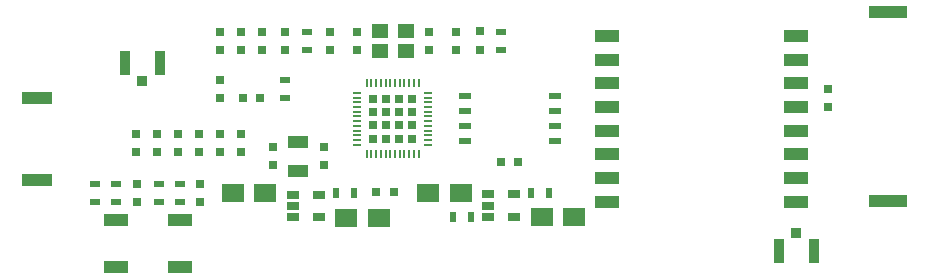
<source format=gbr>
G04 #@! TF.FileFunction,Paste,Top*
%FSLAX46Y46*%
G04 Gerber Fmt 4.6, Leading zero omitted, Abs format (unit mm)*
G04 Created by KiCad (PCBNEW 4.0.5) date 02/16/17 10:34:01*
%MOMM*%
%LPD*%
G01*
G04 APERTURE LIST*
%ADD10C,0.100000*%
%ADD11R,1.400000X1.200000*%
%ADD12R,1.800000X1.000000*%
%ADD13R,2.000000X1.000000*%
%ADD14R,2.540000X1.000000*%
%ADD15R,1.000000X0.480000*%
%ADD16R,3.300000X1.000000*%
%ADD17R,0.750000X0.800000*%
%ADD18R,0.950000X2.100000*%
%ADD19R,0.900000X0.950000*%
%ADD20R,0.800000X0.200000*%
%ADD21R,0.200000X0.800000*%
%ADD22R,0.667500X0.667500*%
%ADD23R,0.500000X0.900000*%
%ADD24R,1.950000X1.500000*%
%ADD25R,1.060000X0.650000*%
%ADD26R,0.900000X0.500000*%
%ADD27R,0.800000X0.750000*%
%ADD28R,0.800000X0.800000*%
G04 APERTURE END LIST*
D10*
D11*
X112946000Y-87464000D03*
X115146000Y-87464000D03*
X115146000Y-85764000D03*
X112946000Y-85764000D03*
D12*
X106045000Y-95143000D03*
X106045000Y-97643000D03*
D13*
X132208000Y-86218000D03*
X132208000Y-88218000D03*
X132208000Y-90218000D03*
X132208000Y-92218000D03*
X132208000Y-94218000D03*
X132208000Y-96218000D03*
X132208000Y-98218000D03*
X132208000Y-100218000D03*
X148208000Y-100218000D03*
X148208000Y-98218000D03*
X148208000Y-96218000D03*
X148208000Y-94218000D03*
X148208000Y-92218000D03*
X148208000Y-90218000D03*
X148208000Y-88218000D03*
X148208000Y-86218000D03*
D14*
X83947000Y-91432500D03*
X83947000Y-98432500D03*
D15*
X127762000Y-95123000D03*
X127762000Y-93853000D03*
X127762000Y-92583000D03*
X127762000Y-91313000D03*
X120142000Y-91313000D03*
X120142000Y-92583000D03*
X120142000Y-93853000D03*
X120142000Y-95123000D03*
D16*
X155956000Y-100202000D03*
X155956000Y-84202000D03*
D17*
X97663000Y-94500000D03*
X97663000Y-96000000D03*
D18*
X91362000Y-88519000D03*
X94312000Y-88519000D03*
D19*
X92837000Y-90044000D03*
D20*
X111046000Y-91018000D03*
X111046000Y-91418000D03*
X111046000Y-91818000D03*
X111046000Y-92218000D03*
X111046000Y-92618000D03*
X111046000Y-93018000D03*
X111046000Y-93418000D03*
X111046000Y-93818000D03*
X111046000Y-94218000D03*
X111046000Y-94618000D03*
X111046000Y-95018000D03*
X111046000Y-95418000D03*
D21*
X111846000Y-96218000D03*
X112246000Y-96218000D03*
X112646000Y-96218000D03*
X113046000Y-96218000D03*
X113446000Y-96218000D03*
X113846000Y-96218000D03*
X114246000Y-96218000D03*
X114646000Y-96218000D03*
X115046000Y-96218000D03*
X115446000Y-96218000D03*
X115846000Y-96218000D03*
X116246000Y-96218000D03*
D20*
X117046000Y-95418000D03*
X117046000Y-95018000D03*
X117046000Y-94618000D03*
X117046000Y-94218000D03*
X117046000Y-93818000D03*
X117046000Y-93418000D03*
X117046000Y-93018000D03*
X117046000Y-92618000D03*
X117046000Y-92218000D03*
X117046000Y-91818000D03*
X117046000Y-91418000D03*
X117046000Y-91018000D03*
D21*
X116246000Y-90218000D03*
X115846000Y-90218000D03*
X115446000Y-90218000D03*
X115046000Y-90218000D03*
X114646000Y-90218000D03*
X114246000Y-90218000D03*
X113846000Y-90218000D03*
X113446000Y-90218000D03*
X113046000Y-90218000D03*
X112646000Y-90218000D03*
X112246000Y-90218000D03*
X111846000Y-90218000D03*
D22*
X115714750Y-94886750D03*
X115714750Y-93774250D03*
X115714750Y-92661750D03*
X115714750Y-91549250D03*
X114602250Y-94886750D03*
X114602250Y-93774250D03*
X114602250Y-92661750D03*
X114602250Y-91549250D03*
X113489750Y-94886750D03*
X113489750Y-93774250D03*
X113489750Y-92661750D03*
X113489750Y-91549250D03*
X112377250Y-94886750D03*
X112377250Y-93774250D03*
X112377250Y-92661750D03*
X112377250Y-91549250D03*
D23*
X109242000Y-99479000D03*
X110742000Y-99479000D03*
D13*
X96058000Y-101796000D03*
X96058000Y-105796000D03*
X90660500Y-101794500D03*
X90660500Y-105794500D03*
D24*
X126655000Y-101557000D03*
X129405000Y-101557000D03*
X119805000Y-99457000D03*
X117055000Y-99457000D03*
X110117000Y-101579000D03*
X112867000Y-101579000D03*
X103267000Y-99479000D03*
X100517000Y-99479000D03*
D23*
X125780000Y-99457000D03*
X127280000Y-99457000D03*
X119180000Y-101557000D03*
X120680000Y-101557000D03*
D25*
X105592000Y-99629000D03*
X105592000Y-100579000D03*
X105592000Y-101529000D03*
X107792000Y-101529000D03*
X107792000Y-99629000D03*
X122130000Y-99607000D03*
X122130000Y-100557000D03*
X122130000Y-101507000D03*
X124330000Y-101507000D03*
X124330000Y-99607000D03*
D17*
X92360500Y-100244500D03*
X92360500Y-98744500D03*
X97758000Y-100246000D03*
X97758000Y-98746000D03*
D26*
X88860500Y-98744500D03*
X88860500Y-100244500D03*
X90660500Y-98744500D03*
X90660500Y-100244500D03*
X94258000Y-98746000D03*
X94258000Y-100246000D03*
X96058000Y-98746000D03*
X96058000Y-100246000D03*
D17*
X110998000Y-87364000D03*
X110998000Y-85864000D03*
X117094000Y-85864000D03*
X117094000Y-87364000D03*
X108712000Y-85864000D03*
X108712000Y-87364000D03*
X104902000Y-85864000D03*
X104902000Y-87364000D03*
D26*
X106807000Y-85864000D03*
X106807000Y-87364000D03*
D17*
X102997000Y-87364000D03*
X102997000Y-85864000D03*
X101219000Y-87364000D03*
X101219000Y-85864000D03*
X99441000Y-87352000D03*
X99441000Y-85852000D03*
X99441000Y-89928000D03*
X99441000Y-91428000D03*
D27*
X102858000Y-91440000D03*
X101358000Y-91440000D03*
D26*
X104902000Y-89928000D03*
X104902000Y-91428000D03*
D17*
X92329000Y-94500000D03*
X92329000Y-96000000D03*
X94107000Y-94500000D03*
X94107000Y-96000000D03*
X95885000Y-94500000D03*
X95885000Y-96000000D03*
X99441000Y-94500000D03*
X99441000Y-96000000D03*
X101219000Y-94500000D03*
X101219000Y-96000000D03*
X103886000Y-95643000D03*
X103886000Y-97143000D03*
X108204000Y-95643000D03*
X108204000Y-97143000D03*
D27*
X112661000Y-99441000D03*
X114161000Y-99441000D03*
D28*
X121412000Y-87414000D03*
X121412000Y-85814000D03*
D26*
X123190000Y-85864000D03*
X123190000Y-87364000D03*
D17*
X119380000Y-85864000D03*
X119380000Y-87364000D03*
D27*
X124702000Y-96901000D03*
X123202000Y-96901000D03*
D17*
X150876000Y-90690000D03*
X150876000Y-92190000D03*
D18*
X149684000Y-104394000D03*
X146734000Y-104394000D03*
D19*
X148209000Y-102869000D03*
M02*

</source>
